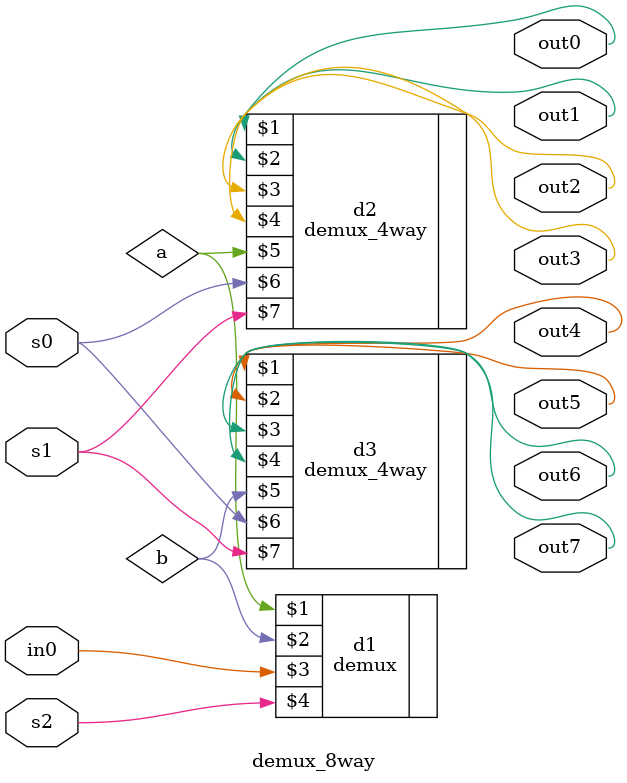
<source format=v>
module demux_8way(out0,out1,out2,out3,out4,out5,out6,out7,in0,s0,s1,s2);
input in0,s0,s1,s2;
output out0,out1,out2,out3,out4,out5,out6,out7;
wire a,b;
demux d1(a,b,in0,s2);
demux_4way d2(out0,out1,out2,out3,a,s0,s1);
demux_4way d3(out4,out5,out6,out7,b,s0,s1);
endmodule

</source>
